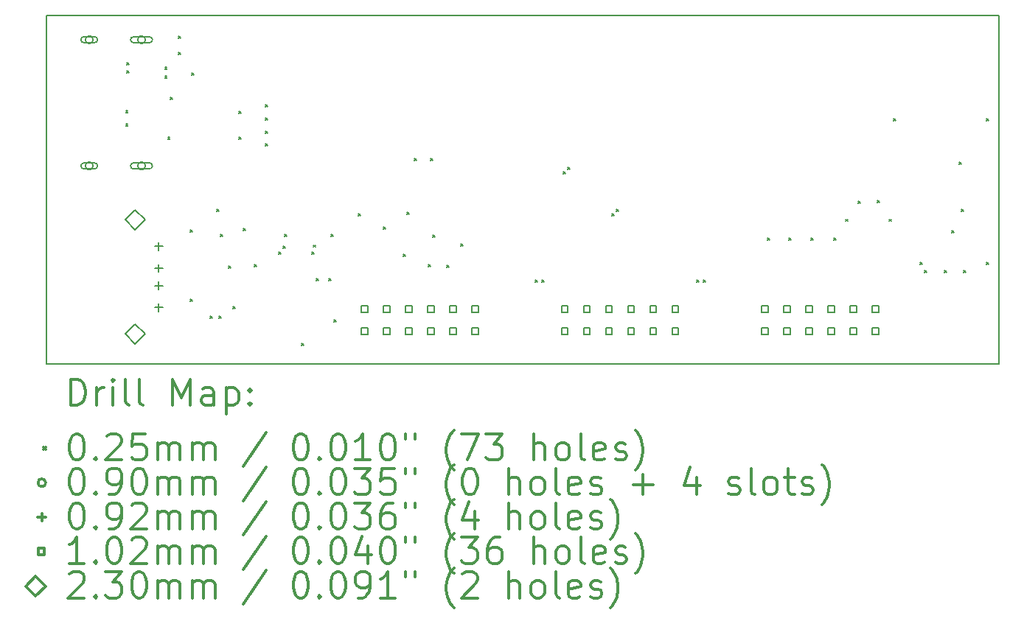
<source format=gbr>
%FSLAX45Y45*%
G04 Gerber Fmt 4.5, Leading zero omitted, Abs format (unit mm)*
G04 Created by KiCad (PCBNEW 5.1.5+dfsg1-2~bpo10+1) date 2020-02-13 18:12:34*
%MOMM*%
%LPD*%
G04 APERTURE LIST*
%TA.AperFunction,Profile*%
%ADD10C,0.200000*%
%TD*%
%ADD11C,0.200000*%
%ADD12C,0.300000*%
G04 APERTURE END LIST*
D10*
X20055124Y-12447871D02*
X20055124Y-8447871D01*
X9115124Y-12447871D02*
X20055124Y-12447871D01*
X9115124Y-8447871D02*
X9115124Y-12447871D01*
X20055124Y-8447871D02*
X9115124Y-8447871D01*
D11*
X10023824Y-9539971D02*
X10048824Y-9564971D01*
X10048824Y-9539971D02*
X10023824Y-9564971D01*
X10023824Y-9686021D02*
X10048824Y-9711021D01*
X10048824Y-9686021D02*
X10023824Y-9711021D01*
X10032624Y-8985371D02*
X10057624Y-9010371D01*
X10057624Y-8985371D02*
X10032624Y-9010371D01*
X10036524Y-9082771D02*
X10061524Y-9107771D01*
X10061524Y-9082771D02*
X10036524Y-9107771D01*
X10472624Y-9035371D02*
X10497624Y-9060371D01*
X10497624Y-9035371D02*
X10472624Y-9060371D01*
X10472624Y-9135371D02*
X10497624Y-9160371D01*
X10497624Y-9135371D02*
X10472624Y-9160371D01*
X10506424Y-9838421D02*
X10531424Y-9863421D01*
X10531424Y-9838421D02*
X10506424Y-9863421D01*
X10538174Y-9387571D02*
X10563174Y-9412571D01*
X10563174Y-9387571D02*
X10538174Y-9412571D01*
X10632624Y-8685371D02*
X10657624Y-8710371D01*
X10657624Y-8685371D02*
X10632624Y-8710371D01*
X10632624Y-8865371D02*
X10657624Y-8890371D01*
X10657624Y-8865371D02*
X10632624Y-8890371D01*
X10761324Y-10904321D02*
X10786324Y-10929321D01*
X10786324Y-10904321D02*
X10761324Y-10929321D01*
X10761324Y-11704421D02*
X10786324Y-11729421D01*
X10786324Y-11704421D02*
X10761324Y-11729421D01*
X10782624Y-9105371D02*
X10807624Y-9130371D01*
X10807624Y-9105371D02*
X10782624Y-9130371D01*
X10989924Y-11901271D02*
X11014924Y-11926271D01*
X11014924Y-11901271D02*
X10989924Y-11926271D01*
X11072474Y-10669371D02*
X11097474Y-10694371D01*
X11097474Y-10669371D02*
X11072474Y-10694371D01*
X11091524Y-11901271D02*
X11116524Y-11926271D01*
X11116524Y-11901271D02*
X11091524Y-11926271D01*
X11110574Y-10961471D02*
X11135574Y-10986471D01*
X11135574Y-10961471D02*
X11110574Y-10986471D01*
X11205824Y-11323421D02*
X11230824Y-11348421D01*
X11230824Y-11323421D02*
X11205824Y-11348421D01*
X11256624Y-11786971D02*
X11281624Y-11811971D01*
X11281624Y-11786971D02*
X11256624Y-11811971D01*
X11322624Y-9545371D02*
X11347624Y-9570371D01*
X11347624Y-9545371D02*
X11322624Y-9570371D01*
X11322624Y-9845371D02*
X11347624Y-9870371D01*
X11347624Y-9845371D02*
X11322624Y-9870371D01*
X11370924Y-10891621D02*
X11395924Y-10916621D01*
X11395924Y-10891621D02*
X11370924Y-10916621D01*
X11503481Y-11303653D02*
X11528481Y-11328653D01*
X11528481Y-11303653D02*
X11503481Y-11328653D01*
X11627624Y-9470371D02*
X11652624Y-9495371D01*
X11652624Y-9470371D02*
X11627624Y-9495371D01*
X11627624Y-9620371D02*
X11652624Y-9645371D01*
X11652624Y-9620371D02*
X11627624Y-9645371D01*
X11627624Y-9770371D02*
X11652624Y-9795371D01*
X11652624Y-9770371D02*
X11627624Y-9795371D01*
X11627624Y-9920371D02*
X11652624Y-9945371D01*
X11652624Y-9920371D02*
X11627624Y-9945371D01*
X11783674Y-11164671D02*
X11808674Y-11189671D01*
X11808674Y-11164671D02*
X11783674Y-11189671D01*
X11834323Y-11091198D02*
X11859323Y-11116198D01*
X11859323Y-11091198D02*
X11834323Y-11116198D01*
X11846048Y-10955819D02*
X11871048Y-10980819D01*
X11871048Y-10955819D02*
X11846048Y-10980819D01*
X12044024Y-12212421D02*
X12069024Y-12237421D01*
X12069024Y-12212421D02*
X12044024Y-12237421D01*
X12160807Y-11165226D02*
X12185807Y-11190226D01*
X12185807Y-11165226D02*
X12160807Y-11190226D01*
X12178825Y-11081747D02*
X12203825Y-11106747D01*
X12203825Y-11081747D02*
X12178825Y-11106747D01*
X12209124Y-11469471D02*
X12234124Y-11494471D01*
X12234124Y-11469471D02*
X12209124Y-11494471D01*
X12355174Y-11469471D02*
X12380174Y-11494471D01*
X12380174Y-11469471D02*
X12355174Y-11494471D01*
X12380574Y-10955121D02*
X12405574Y-10980121D01*
X12405574Y-10955121D02*
X12380574Y-10980121D01*
X12418674Y-11939371D02*
X12443674Y-11964371D01*
X12443674Y-11939371D02*
X12418674Y-11964371D01*
X12691724Y-10720171D02*
X12716724Y-10745171D01*
X12716724Y-10720171D02*
X12691724Y-10745171D01*
X12983824Y-10872571D02*
X13008824Y-10897571D01*
X13008824Y-10872571D02*
X12983824Y-10897571D01*
X13209624Y-11187771D02*
X13234624Y-11212771D01*
X13234624Y-11187771D02*
X13209624Y-11212771D01*
X13250524Y-10707471D02*
X13275524Y-10732471D01*
X13275524Y-10707471D02*
X13250524Y-10732471D01*
X13339424Y-10085171D02*
X13364424Y-10110171D01*
X13364424Y-10085171D02*
X13339424Y-10110171D01*
X13498174Y-11304373D02*
X13523174Y-11329373D01*
X13523174Y-11304373D02*
X13498174Y-11329373D01*
X13523574Y-10085171D02*
X13548574Y-10110171D01*
X13548574Y-10085171D02*
X13523574Y-10110171D01*
X13548974Y-10967821D02*
X13573974Y-10992821D01*
X13573974Y-10967821D02*
X13548974Y-10992821D01*
X13707724Y-11317071D02*
X13732724Y-11342071D01*
X13732724Y-11317071D02*
X13707724Y-11342071D01*
X13872824Y-11069421D02*
X13897824Y-11094421D01*
X13897824Y-11069421D02*
X13872824Y-11094421D01*
X14729650Y-11486200D02*
X14754650Y-11511200D01*
X14754650Y-11486200D02*
X14729650Y-11511200D01*
X14804650Y-11486200D02*
X14829650Y-11511200D01*
X14829650Y-11486200D02*
X14804650Y-11511200D01*
X15045433Y-10242717D02*
X15070433Y-10267717D01*
X15070433Y-10242717D02*
X15045433Y-10267717D01*
X15098467Y-10189683D02*
X15123467Y-10214683D01*
X15123467Y-10189683D02*
X15098467Y-10214683D01*
X15604233Y-10725317D02*
X15629233Y-10750317D01*
X15629233Y-10725317D02*
X15604233Y-10750317D01*
X15657267Y-10672283D02*
X15682267Y-10697283D01*
X15682267Y-10672283D02*
X15657267Y-10697283D01*
X16583850Y-11486200D02*
X16608850Y-11511200D01*
X16608850Y-11486200D02*
X16583850Y-11511200D01*
X16658850Y-11486200D02*
X16683850Y-11511200D01*
X16683850Y-11486200D02*
X16658850Y-11511200D01*
X17390724Y-10999571D02*
X17415724Y-11024571D01*
X17415724Y-10999571D02*
X17390724Y-11024571D01*
X17638374Y-10999571D02*
X17663374Y-11024571D01*
X17663374Y-10999571D02*
X17638374Y-11024571D01*
X17892374Y-10999571D02*
X17917374Y-11024571D01*
X17917374Y-10999571D02*
X17892374Y-11024571D01*
X18152724Y-10999571D02*
X18177724Y-11024571D01*
X18177724Y-10999571D02*
X18152724Y-11024571D01*
X18294624Y-10785371D02*
X18319624Y-10810371D01*
X18319624Y-10785371D02*
X18294624Y-10810371D01*
X18438474Y-10574121D02*
X18463474Y-10599121D01*
X18463474Y-10574121D02*
X18438474Y-10599121D01*
X18654374Y-10567771D02*
X18679374Y-10592771D01*
X18679374Y-10567771D02*
X18654374Y-10592771D01*
X18794624Y-10785371D02*
X18819624Y-10810371D01*
X18819624Y-10785371D02*
X18794624Y-10810371D01*
X18844874Y-9627971D02*
X18869874Y-9652971D01*
X18869874Y-9627971D02*
X18844874Y-9652971D01*
X19149674Y-11278971D02*
X19174674Y-11303971D01*
X19174674Y-11278971D02*
X19149674Y-11303971D01*
X19194124Y-11374221D02*
X19219124Y-11399221D01*
X19219124Y-11374221D02*
X19194124Y-11399221D01*
X19422724Y-11374221D02*
X19447724Y-11399221D01*
X19447724Y-11374221D02*
X19422724Y-11399221D01*
X19514624Y-10915371D02*
X19539624Y-10940371D01*
X19539624Y-10915371D02*
X19514624Y-10940371D01*
X19594624Y-10125371D02*
X19619624Y-10150371D01*
X19619624Y-10125371D02*
X19594624Y-10150371D01*
X19618550Y-10673400D02*
X19643550Y-10698400D01*
X19643550Y-10673400D02*
X19618550Y-10698400D01*
X19644974Y-11374221D02*
X19669974Y-11399221D01*
X19669974Y-11374221D02*
X19644974Y-11399221D01*
X19911674Y-9627971D02*
X19936674Y-9652971D01*
X19936674Y-9627971D02*
X19911674Y-9652971D01*
X19911674Y-11278971D02*
X19936674Y-11303971D01*
X19936674Y-11278971D02*
X19911674Y-11303971D01*
X9650124Y-8722871D02*
G75*
G03X9650124Y-8722871I-45000J0D01*
G01*
X9545124Y-8757871D02*
X9665124Y-8757871D01*
X9545124Y-8687871D02*
X9665124Y-8687871D01*
X9665124Y-8757871D02*
G75*
G03X9665124Y-8687871I0J35000D01*
G01*
X9545124Y-8687871D02*
G75*
G03X9545124Y-8757871I0J-35000D01*
G01*
X9650124Y-10172871D02*
G75*
G03X9650124Y-10172871I-45000J0D01*
G01*
X9545124Y-10207871D02*
X9665124Y-10207871D01*
X9545124Y-10137871D02*
X9665124Y-10137871D01*
X9665124Y-10207871D02*
G75*
G03X9665124Y-10137871I0J35000D01*
G01*
X9545124Y-10137871D02*
G75*
G03X9545124Y-10207871I0J-35000D01*
G01*
X10250124Y-8722871D02*
G75*
G03X10250124Y-8722871I-45000J0D01*
G01*
X10115124Y-8757871D02*
X10295124Y-8757871D01*
X10115124Y-8687871D02*
X10295124Y-8687871D01*
X10295124Y-8757871D02*
G75*
G03X10295124Y-8687871I0J35000D01*
G01*
X10115124Y-8687871D02*
G75*
G03X10115124Y-8757871I0J-35000D01*
G01*
X10250124Y-10172871D02*
G75*
G03X10250124Y-10172871I-45000J0D01*
G01*
X10115124Y-10207871D02*
X10295124Y-10207871D01*
X10115124Y-10137871D02*
X10295124Y-10137871D01*
X10295124Y-10207871D02*
G75*
G03X10295124Y-10137871I0J35000D01*
G01*
X10115124Y-10137871D02*
G75*
G03X10115124Y-10207871I0J-35000D01*
G01*
X10401124Y-11051871D02*
X10401124Y-11143871D01*
X10355124Y-11097871D02*
X10447124Y-11097871D01*
X10401124Y-11301871D02*
X10401124Y-11393871D01*
X10355124Y-11347871D02*
X10447124Y-11347871D01*
X10401124Y-11501871D02*
X10401124Y-11593871D01*
X10355124Y-11547871D02*
X10447124Y-11547871D01*
X10401124Y-11751871D02*
X10401124Y-11843871D01*
X10355124Y-11797871D02*
X10447124Y-11797871D01*
X12801187Y-11853934D02*
X12801187Y-11781808D01*
X12729061Y-11781808D01*
X12729061Y-11853934D01*
X12801187Y-11853934D01*
X12801187Y-12107934D02*
X12801187Y-12035808D01*
X12729061Y-12035808D01*
X12729061Y-12107934D01*
X12801187Y-12107934D01*
X13055187Y-11853934D02*
X13055187Y-11781808D01*
X12983061Y-11781808D01*
X12983061Y-11853934D01*
X13055187Y-11853934D01*
X13055187Y-12107934D02*
X13055187Y-12035808D01*
X12983061Y-12035808D01*
X12983061Y-12107934D01*
X13055187Y-12107934D01*
X13309187Y-11853934D02*
X13309187Y-11781808D01*
X13237061Y-11781808D01*
X13237061Y-11853934D01*
X13309187Y-11853934D01*
X13309187Y-12107934D02*
X13309187Y-12035808D01*
X13237061Y-12035808D01*
X13237061Y-12107934D01*
X13309187Y-12107934D01*
X13563187Y-11853934D02*
X13563187Y-11781808D01*
X13491061Y-11781808D01*
X13491061Y-11853934D01*
X13563187Y-11853934D01*
X13563187Y-12107934D02*
X13563187Y-12035808D01*
X13491061Y-12035808D01*
X13491061Y-12107934D01*
X13563187Y-12107934D01*
X13817187Y-11853934D02*
X13817187Y-11781808D01*
X13745061Y-11781808D01*
X13745061Y-11853934D01*
X13817187Y-11853934D01*
X13817187Y-12107934D02*
X13817187Y-12035808D01*
X13745061Y-12035808D01*
X13745061Y-12107934D01*
X13817187Y-12107934D01*
X14071187Y-11853934D02*
X14071187Y-11781808D01*
X13999061Y-11781808D01*
X13999061Y-11853934D01*
X14071187Y-11853934D01*
X14071187Y-12107934D02*
X14071187Y-12035808D01*
X13999061Y-12035808D01*
X13999061Y-12107934D01*
X14071187Y-12107934D01*
X17401187Y-11853934D02*
X17401187Y-11781808D01*
X17329061Y-11781808D01*
X17329061Y-11853934D01*
X17401187Y-11853934D01*
X17401187Y-12107934D02*
X17401187Y-12035808D01*
X17329061Y-12035808D01*
X17329061Y-12107934D01*
X17401187Y-12107934D01*
X17655187Y-11853934D02*
X17655187Y-11781808D01*
X17583061Y-11781808D01*
X17583061Y-11853934D01*
X17655187Y-11853934D01*
X17655187Y-12107934D02*
X17655187Y-12035808D01*
X17583061Y-12035808D01*
X17583061Y-12107934D01*
X17655187Y-12107934D01*
X17909187Y-11853934D02*
X17909187Y-11781808D01*
X17837061Y-11781808D01*
X17837061Y-11853934D01*
X17909187Y-11853934D01*
X17909187Y-12107934D02*
X17909187Y-12035808D01*
X17837061Y-12035808D01*
X17837061Y-12107934D01*
X17909187Y-12107934D01*
X18163187Y-11853934D02*
X18163187Y-11781808D01*
X18091061Y-11781808D01*
X18091061Y-11853934D01*
X18163187Y-11853934D01*
X18163187Y-12107934D02*
X18163187Y-12035808D01*
X18091061Y-12035808D01*
X18091061Y-12107934D01*
X18163187Y-12107934D01*
X18417187Y-11853934D02*
X18417187Y-11781808D01*
X18345061Y-11781808D01*
X18345061Y-11853934D01*
X18417187Y-11853934D01*
X18417187Y-12107934D02*
X18417187Y-12035808D01*
X18345061Y-12035808D01*
X18345061Y-12107934D01*
X18417187Y-12107934D01*
X18671187Y-11853934D02*
X18671187Y-11781808D01*
X18599061Y-11781808D01*
X18599061Y-11853934D01*
X18671187Y-11853934D01*
X18671187Y-12107934D02*
X18671187Y-12035808D01*
X18599061Y-12035808D01*
X18599061Y-12107934D01*
X18671187Y-12107934D01*
X15101187Y-11853934D02*
X15101187Y-11781808D01*
X15029061Y-11781808D01*
X15029061Y-11853934D01*
X15101187Y-11853934D01*
X15101187Y-12107934D02*
X15101187Y-12035808D01*
X15029061Y-12035808D01*
X15029061Y-12107934D01*
X15101187Y-12107934D01*
X15355187Y-11853934D02*
X15355187Y-11781808D01*
X15283061Y-11781808D01*
X15283061Y-11853934D01*
X15355187Y-11853934D01*
X15355187Y-12107934D02*
X15355187Y-12035808D01*
X15283061Y-12035808D01*
X15283061Y-12107934D01*
X15355187Y-12107934D01*
X15609187Y-11853934D02*
X15609187Y-11781808D01*
X15537061Y-11781808D01*
X15537061Y-11853934D01*
X15609187Y-11853934D01*
X15609187Y-12107934D02*
X15609187Y-12035808D01*
X15537061Y-12035808D01*
X15537061Y-12107934D01*
X15609187Y-12107934D01*
X15863187Y-11853934D02*
X15863187Y-11781808D01*
X15791061Y-11781808D01*
X15791061Y-11853934D01*
X15863187Y-11853934D01*
X15863187Y-12107934D02*
X15863187Y-12035808D01*
X15791061Y-12035808D01*
X15791061Y-12107934D01*
X15863187Y-12107934D01*
X16117187Y-11853934D02*
X16117187Y-11781808D01*
X16045061Y-11781808D01*
X16045061Y-11853934D01*
X16117187Y-11853934D01*
X16117187Y-12107934D02*
X16117187Y-12035808D01*
X16045061Y-12035808D01*
X16045061Y-12107934D01*
X16117187Y-12107934D01*
X16371187Y-11853934D02*
X16371187Y-11781808D01*
X16299061Y-11781808D01*
X16299061Y-11853934D01*
X16371187Y-11853934D01*
X16371187Y-12107934D02*
X16371187Y-12035808D01*
X16299061Y-12035808D01*
X16299061Y-12107934D01*
X16371187Y-12107934D01*
X10130124Y-10905871D02*
X10245124Y-10790871D01*
X10130124Y-10675871D01*
X10015124Y-10790871D01*
X10130124Y-10905871D01*
X10130124Y-12219871D02*
X10245124Y-12104871D01*
X10130124Y-11989871D01*
X10015124Y-12104871D01*
X10130124Y-12219871D01*
D12*
X9391553Y-12923585D02*
X9391553Y-12623585D01*
X9462981Y-12623585D01*
X9505838Y-12637871D01*
X9534410Y-12666442D01*
X9548695Y-12695014D01*
X9562981Y-12752157D01*
X9562981Y-12795014D01*
X9548695Y-12852157D01*
X9534410Y-12880728D01*
X9505838Y-12909299D01*
X9462981Y-12923585D01*
X9391553Y-12923585D01*
X9691553Y-12923585D02*
X9691553Y-12723585D01*
X9691553Y-12780728D02*
X9705838Y-12752157D01*
X9720124Y-12737871D01*
X9748695Y-12723585D01*
X9777267Y-12723585D01*
X9877267Y-12923585D02*
X9877267Y-12723585D01*
X9877267Y-12623585D02*
X9862981Y-12637871D01*
X9877267Y-12652157D01*
X9891553Y-12637871D01*
X9877267Y-12623585D01*
X9877267Y-12652157D01*
X10062981Y-12923585D02*
X10034410Y-12909299D01*
X10020124Y-12880728D01*
X10020124Y-12623585D01*
X10220124Y-12923585D02*
X10191553Y-12909299D01*
X10177267Y-12880728D01*
X10177267Y-12623585D01*
X10562981Y-12923585D02*
X10562981Y-12623585D01*
X10662981Y-12837871D01*
X10762981Y-12623585D01*
X10762981Y-12923585D01*
X11034410Y-12923585D02*
X11034410Y-12766442D01*
X11020124Y-12737871D01*
X10991553Y-12723585D01*
X10934410Y-12723585D01*
X10905838Y-12737871D01*
X11034410Y-12909299D02*
X11005838Y-12923585D01*
X10934410Y-12923585D01*
X10905838Y-12909299D01*
X10891553Y-12880728D01*
X10891553Y-12852157D01*
X10905838Y-12823585D01*
X10934410Y-12809299D01*
X11005838Y-12809299D01*
X11034410Y-12795014D01*
X11177267Y-12723585D02*
X11177267Y-13023585D01*
X11177267Y-12737871D02*
X11205838Y-12723585D01*
X11262981Y-12723585D01*
X11291552Y-12737871D01*
X11305838Y-12752157D01*
X11320124Y-12780728D01*
X11320124Y-12866442D01*
X11305838Y-12895014D01*
X11291552Y-12909299D01*
X11262981Y-12923585D01*
X11205838Y-12923585D01*
X11177267Y-12909299D01*
X11448695Y-12895014D02*
X11462981Y-12909299D01*
X11448695Y-12923585D01*
X11434410Y-12909299D01*
X11448695Y-12895014D01*
X11448695Y-12923585D01*
X11448695Y-12737871D02*
X11462981Y-12752157D01*
X11448695Y-12766442D01*
X11434410Y-12752157D01*
X11448695Y-12737871D01*
X11448695Y-12766442D01*
X9080124Y-13405371D02*
X9105124Y-13430371D01*
X9105124Y-13405371D02*
X9080124Y-13430371D01*
X9448695Y-13253585D02*
X9477267Y-13253585D01*
X9505838Y-13267871D01*
X9520124Y-13282157D01*
X9534410Y-13310728D01*
X9548695Y-13367871D01*
X9548695Y-13439299D01*
X9534410Y-13496442D01*
X9520124Y-13525014D01*
X9505838Y-13539299D01*
X9477267Y-13553585D01*
X9448695Y-13553585D01*
X9420124Y-13539299D01*
X9405838Y-13525014D01*
X9391553Y-13496442D01*
X9377267Y-13439299D01*
X9377267Y-13367871D01*
X9391553Y-13310728D01*
X9405838Y-13282157D01*
X9420124Y-13267871D01*
X9448695Y-13253585D01*
X9677267Y-13525014D02*
X9691553Y-13539299D01*
X9677267Y-13553585D01*
X9662981Y-13539299D01*
X9677267Y-13525014D01*
X9677267Y-13553585D01*
X9805838Y-13282157D02*
X9820124Y-13267871D01*
X9848695Y-13253585D01*
X9920124Y-13253585D01*
X9948695Y-13267871D01*
X9962981Y-13282157D01*
X9977267Y-13310728D01*
X9977267Y-13339299D01*
X9962981Y-13382157D01*
X9791553Y-13553585D01*
X9977267Y-13553585D01*
X10248695Y-13253585D02*
X10105838Y-13253585D01*
X10091553Y-13396442D01*
X10105838Y-13382157D01*
X10134410Y-13367871D01*
X10205838Y-13367871D01*
X10234410Y-13382157D01*
X10248695Y-13396442D01*
X10262981Y-13425014D01*
X10262981Y-13496442D01*
X10248695Y-13525014D01*
X10234410Y-13539299D01*
X10205838Y-13553585D01*
X10134410Y-13553585D01*
X10105838Y-13539299D01*
X10091553Y-13525014D01*
X10391553Y-13553585D02*
X10391553Y-13353585D01*
X10391553Y-13382157D02*
X10405838Y-13367871D01*
X10434410Y-13353585D01*
X10477267Y-13353585D01*
X10505838Y-13367871D01*
X10520124Y-13396442D01*
X10520124Y-13553585D01*
X10520124Y-13396442D02*
X10534410Y-13367871D01*
X10562981Y-13353585D01*
X10605838Y-13353585D01*
X10634410Y-13367871D01*
X10648695Y-13396442D01*
X10648695Y-13553585D01*
X10791553Y-13553585D02*
X10791553Y-13353585D01*
X10791553Y-13382157D02*
X10805838Y-13367871D01*
X10834410Y-13353585D01*
X10877267Y-13353585D01*
X10905838Y-13367871D01*
X10920124Y-13396442D01*
X10920124Y-13553585D01*
X10920124Y-13396442D02*
X10934410Y-13367871D01*
X10962981Y-13353585D01*
X11005838Y-13353585D01*
X11034410Y-13367871D01*
X11048695Y-13396442D01*
X11048695Y-13553585D01*
X11634410Y-13239299D02*
X11377267Y-13625014D01*
X12020124Y-13253585D02*
X12048695Y-13253585D01*
X12077267Y-13267871D01*
X12091552Y-13282157D01*
X12105838Y-13310728D01*
X12120124Y-13367871D01*
X12120124Y-13439299D01*
X12105838Y-13496442D01*
X12091552Y-13525014D01*
X12077267Y-13539299D01*
X12048695Y-13553585D01*
X12020124Y-13553585D01*
X11991552Y-13539299D01*
X11977267Y-13525014D01*
X11962981Y-13496442D01*
X11948695Y-13439299D01*
X11948695Y-13367871D01*
X11962981Y-13310728D01*
X11977267Y-13282157D01*
X11991552Y-13267871D01*
X12020124Y-13253585D01*
X12248695Y-13525014D02*
X12262981Y-13539299D01*
X12248695Y-13553585D01*
X12234410Y-13539299D01*
X12248695Y-13525014D01*
X12248695Y-13553585D01*
X12448695Y-13253585D02*
X12477267Y-13253585D01*
X12505838Y-13267871D01*
X12520124Y-13282157D01*
X12534410Y-13310728D01*
X12548695Y-13367871D01*
X12548695Y-13439299D01*
X12534410Y-13496442D01*
X12520124Y-13525014D01*
X12505838Y-13539299D01*
X12477267Y-13553585D01*
X12448695Y-13553585D01*
X12420124Y-13539299D01*
X12405838Y-13525014D01*
X12391552Y-13496442D01*
X12377267Y-13439299D01*
X12377267Y-13367871D01*
X12391552Y-13310728D01*
X12405838Y-13282157D01*
X12420124Y-13267871D01*
X12448695Y-13253585D01*
X12834410Y-13553585D02*
X12662981Y-13553585D01*
X12748695Y-13553585D02*
X12748695Y-13253585D01*
X12720124Y-13296442D01*
X12691552Y-13325014D01*
X12662981Y-13339299D01*
X13020124Y-13253585D02*
X13048695Y-13253585D01*
X13077267Y-13267871D01*
X13091552Y-13282157D01*
X13105838Y-13310728D01*
X13120124Y-13367871D01*
X13120124Y-13439299D01*
X13105838Y-13496442D01*
X13091552Y-13525014D01*
X13077267Y-13539299D01*
X13048695Y-13553585D01*
X13020124Y-13553585D01*
X12991552Y-13539299D01*
X12977267Y-13525014D01*
X12962981Y-13496442D01*
X12948695Y-13439299D01*
X12948695Y-13367871D01*
X12962981Y-13310728D01*
X12977267Y-13282157D01*
X12991552Y-13267871D01*
X13020124Y-13253585D01*
X13234410Y-13253585D02*
X13234410Y-13310728D01*
X13348695Y-13253585D02*
X13348695Y-13310728D01*
X13791552Y-13667871D02*
X13777267Y-13653585D01*
X13748695Y-13610728D01*
X13734410Y-13582157D01*
X13720124Y-13539299D01*
X13705838Y-13467871D01*
X13705838Y-13410728D01*
X13720124Y-13339299D01*
X13734410Y-13296442D01*
X13748695Y-13267871D01*
X13777267Y-13225014D01*
X13791552Y-13210728D01*
X13877267Y-13253585D02*
X14077267Y-13253585D01*
X13948695Y-13553585D01*
X14162981Y-13253585D02*
X14348695Y-13253585D01*
X14248695Y-13367871D01*
X14291552Y-13367871D01*
X14320124Y-13382157D01*
X14334410Y-13396442D01*
X14348695Y-13425014D01*
X14348695Y-13496442D01*
X14334410Y-13525014D01*
X14320124Y-13539299D01*
X14291552Y-13553585D01*
X14205838Y-13553585D01*
X14177267Y-13539299D01*
X14162981Y-13525014D01*
X14705838Y-13553585D02*
X14705838Y-13253585D01*
X14834410Y-13553585D02*
X14834410Y-13396442D01*
X14820124Y-13367871D01*
X14791552Y-13353585D01*
X14748695Y-13353585D01*
X14720124Y-13367871D01*
X14705838Y-13382157D01*
X15020124Y-13553585D02*
X14991552Y-13539299D01*
X14977267Y-13525014D01*
X14962981Y-13496442D01*
X14962981Y-13410728D01*
X14977267Y-13382157D01*
X14991552Y-13367871D01*
X15020124Y-13353585D01*
X15062981Y-13353585D01*
X15091552Y-13367871D01*
X15105838Y-13382157D01*
X15120124Y-13410728D01*
X15120124Y-13496442D01*
X15105838Y-13525014D01*
X15091552Y-13539299D01*
X15062981Y-13553585D01*
X15020124Y-13553585D01*
X15291552Y-13553585D02*
X15262981Y-13539299D01*
X15248695Y-13510728D01*
X15248695Y-13253585D01*
X15520124Y-13539299D02*
X15491552Y-13553585D01*
X15434410Y-13553585D01*
X15405838Y-13539299D01*
X15391552Y-13510728D01*
X15391552Y-13396442D01*
X15405838Y-13367871D01*
X15434410Y-13353585D01*
X15491552Y-13353585D01*
X15520124Y-13367871D01*
X15534410Y-13396442D01*
X15534410Y-13425014D01*
X15391552Y-13453585D01*
X15648695Y-13539299D02*
X15677267Y-13553585D01*
X15734410Y-13553585D01*
X15762981Y-13539299D01*
X15777267Y-13510728D01*
X15777267Y-13496442D01*
X15762981Y-13467871D01*
X15734410Y-13453585D01*
X15691552Y-13453585D01*
X15662981Y-13439299D01*
X15648695Y-13410728D01*
X15648695Y-13396442D01*
X15662981Y-13367871D01*
X15691552Y-13353585D01*
X15734410Y-13353585D01*
X15762981Y-13367871D01*
X15877267Y-13667871D02*
X15891552Y-13653585D01*
X15920124Y-13610728D01*
X15934410Y-13582157D01*
X15948695Y-13539299D01*
X15962981Y-13467871D01*
X15962981Y-13410728D01*
X15948695Y-13339299D01*
X15934410Y-13296442D01*
X15920124Y-13267871D01*
X15891552Y-13225014D01*
X15877267Y-13210728D01*
X9105124Y-13813871D02*
G75*
G03X9105124Y-13813871I-45000J0D01*
G01*
X9448695Y-13649585D02*
X9477267Y-13649585D01*
X9505838Y-13663871D01*
X9520124Y-13678157D01*
X9534410Y-13706728D01*
X9548695Y-13763871D01*
X9548695Y-13835299D01*
X9534410Y-13892442D01*
X9520124Y-13921014D01*
X9505838Y-13935299D01*
X9477267Y-13949585D01*
X9448695Y-13949585D01*
X9420124Y-13935299D01*
X9405838Y-13921014D01*
X9391553Y-13892442D01*
X9377267Y-13835299D01*
X9377267Y-13763871D01*
X9391553Y-13706728D01*
X9405838Y-13678157D01*
X9420124Y-13663871D01*
X9448695Y-13649585D01*
X9677267Y-13921014D02*
X9691553Y-13935299D01*
X9677267Y-13949585D01*
X9662981Y-13935299D01*
X9677267Y-13921014D01*
X9677267Y-13949585D01*
X9834410Y-13949585D02*
X9891553Y-13949585D01*
X9920124Y-13935299D01*
X9934410Y-13921014D01*
X9962981Y-13878157D01*
X9977267Y-13821014D01*
X9977267Y-13706728D01*
X9962981Y-13678157D01*
X9948695Y-13663871D01*
X9920124Y-13649585D01*
X9862981Y-13649585D01*
X9834410Y-13663871D01*
X9820124Y-13678157D01*
X9805838Y-13706728D01*
X9805838Y-13778157D01*
X9820124Y-13806728D01*
X9834410Y-13821014D01*
X9862981Y-13835299D01*
X9920124Y-13835299D01*
X9948695Y-13821014D01*
X9962981Y-13806728D01*
X9977267Y-13778157D01*
X10162981Y-13649585D02*
X10191553Y-13649585D01*
X10220124Y-13663871D01*
X10234410Y-13678157D01*
X10248695Y-13706728D01*
X10262981Y-13763871D01*
X10262981Y-13835299D01*
X10248695Y-13892442D01*
X10234410Y-13921014D01*
X10220124Y-13935299D01*
X10191553Y-13949585D01*
X10162981Y-13949585D01*
X10134410Y-13935299D01*
X10120124Y-13921014D01*
X10105838Y-13892442D01*
X10091553Y-13835299D01*
X10091553Y-13763871D01*
X10105838Y-13706728D01*
X10120124Y-13678157D01*
X10134410Y-13663871D01*
X10162981Y-13649585D01*
X10391553Y-13949585D02*
X10391553Y-13749585D01*
X10391553Y-13778157D02*
X10405838Y-13763871D01*
X10434410Y-13749585D01*
X10477267Y-13749585D01*
X10505838Y-13763871D01*
X10520124Y-13792442D01*
X10520124Y-13949585D01*
X10520124Y-13792442D02*
X10534410Y-13763871D01*
X10562981Y-13749585D01*
X10605838Y-13749585D01*
X10634410Y-13763871D01*
X10648695Y-13792442D01*
X10648695Y-13949585D01*
X10791553Y-13949585D02*
X10791553Y-13749585D01*
X10791553Y-13778157D02*
X10805838Y-13763871D01*
X10834410Y-13749585D01*
X10877267Y-13749585D01*
X10905838Y-13763871D01*
X10920124Y-13792442D01*
X10920124Y-13949585D01*
X10920124Y-13792442D02*
X10934410Y-13763871D01*
X10962981Y-13749585D01*
X11005838Y-13749585D01*
X11034410Y-13763871D01*
X11048695Y-13792442D01*
X11048695Y-13949585D01*
X11634410Y-13635299D02*
X11377267Y-14021014D01*
X12020124Y-13649585D02*
X12048695Y-13649585D01*
X12077267Y-13663871D01*
X12091552Y-13678157D01*
X12105838Y-13706728D01*
X12120124Y-13763871D01*
X12120124Y-13835299D01*
X12105838Y-13892442D01*
X12091552Y-13921014D01*
X12077267Y-13935299D01*
X12048695Y-13949585D01*
X12020124Y-13949585D01*
X11991552Y-13935299D01*
X11977267Y-13921014D01*
X11962981Y-13892442D01*
X11948695Y-13835299D01*
X11948695Y-13763871D01*
X11962981Y-13706728D01*
X11977267Y-13678157D01*
X11991552Y-13663871D01*
X12020124Y-13649585D01*
X12248695Y-13921014D02*
X12262981Y-13935299D01*
X12248695Y-13949585D01*
X12234410Y-13935299D01*
X12248695Y-13921014D01*
X12248695Y-13949585D01*
X12448695Y-13649585D02*
X12477267Y-13649585D01*
X12505838Y-13663871D01*
X12520124Y-13678157D01*
X12534410Y-13706728D01*
X12548695Y-13763871D01*
X12548695Y-13835299D01*
X12534410Y-13892442D01*
X12520124Y-13921014D01*
X12505838Y-13935299D01*
X12477267Y-13949585D01*
X12448695Y-13949585D01*
X12420124Y-13935299D01*
X12405838Y-13921014D01*
X12391552Y-13892442D01*
X12377267Y-13835299D01*
X12377267Y-13763871D01*
X12391552Y-13706728D01*
X12405838Y-13678157D01*
X12420124Y-13663871D01*
X12448695Y-13649585D01*
X12648695Y-13649585D02*
X12834410Y-13649585D01*
X12734410Y-13763871D01*
X12777267Y-13763871D01*
X12805838Y-13778157D01*
X12820124Y-13792442D01*
X12834410Y-13821014D01*
X12834410Y-13892442D01*
X12820124Y-13921014D01*
X12805838Y-13935299D01*
X12777267Y-13949585D01*
X12691552Y-13949585D01*
X12662981Y-13935299D01*
X12648695Y-13921014D01*
X13105838Y-13649585D02*
X12962981Y-13649585D01*
X12948695Y-13792442D01*
X12962981Y-13778157D01*
X12991552Y-13763871D01*
X13062981Y-13763871D01*
X13091552Y-13778157D01*
X13105838Y-13792442D01*
X13120124Y-13821014D01*
X13120124Y-13892442D01*
X13105838Y-13921014D01*
X13091552Y-13935299D01*
X13062981Y-13949585D01*
X12991552Y-13949585D01*
X12962981Y-13935299D01*
X12948695Y-13921014D01*
X13234410Y-13649585D02*
X13234410Y-13706728D01*
X13348695Y-13649585D02*
X13348695Y-13706728D01*
X13791552Y-14063871D02*
X13777267Y-14049585D01*
X13748695Y-14006728D01*
X13734410Y-13978157D01*
X13720124Y-13935299D01*
X13705838Y-13863871D01*
X13705838Y-13806728D01*
X13720124Y-13735299D01*
X13734410Y-13692442D01*
X13748695Y-13663871D01*
X13777267Y-13621014D01*
X13791552Y-13606728D01*
X13962981Y-13649585D02*
X13991552Y-13649585D01*
X14020124Y-13663871D01*
X14034410Y-13678157D01*
X14048695Y-13706728D01*
X14062981Y-13763871D01*
X14062981Y-13835299D01*
X14048695Y-13892442D01*
X14034410Y-13921014D01*
X14020124Y-13935299D01*
X13991552Y-13949585D01*
X13962981Y-13949585D01*
X13934410Y-13935299D01*
X13920124Y-13921014D01*
X13905838Y-13892442D01*
X13891552Y-13835299D01*
X13891552Y-13763871D01*
X13905838Y-13706728D01*
X13920124Y-13678157D01*
X13934410Y-13663871D01*
X13962981Y-13649585D01*
X14420124Y-13949585D02*
X14420124Y-13649585D01*
X14548695Y-13949585D02*
X14548695Y-13792442D01*
X14534410Y-13763871D01*
X14505838Y-13749585D01*
X14462981Y-13749585D01*
X14434410Y-13763871D01*
X14420124Y-13778157D01*
X14734410Y-13949585D02*
X14705838Y-13935299D01*
X14691552Y-13921014D01*
X14677267Y-13892442D01*
X14677267Y-13806728D01*
X14691552Y-13778157D01*
X14705838Y-13763871D01*
X14734410Y-13749585D01*
X14777267Y-13749585D01*
X14805838Y-13763871D01*
X14820124Y-13778157D01*
X14834410Y-13806728D01*
X14834410Y-13892442D01*
X14820124Y-13921014D01*
X14805838Y-13935299D01*
X14777267Y-13949585D01*
X14734410Y-13949585D01*
X15005838Y-13949585D02*
X14977267Y-13935299D01*
X14962981Y-13906728D01*
X14962981Y-13649585D01*
X15234410Y-13935299D02*
X15205838Y-13949585D01*
X15148695Y-13949585D01*
X15120124Y-13935299D01*
X15105838Y-13906728D01*
X15105838Y-13792442D01*
X15120124Y-13763871D01*
X15148695Y-13749585D01*
X15205838Y-13749585D01*
X15234410Y-13763871D01*
X15248695Y-13792442D01*
X15248695Y-13821014D01*
X15105838Y-13849585D01*
X15362981Y-13935299D02*
X15391552Y-13949585D01*
X15448695Y-13949585D01*
X15477267Y-13935299D01*
X15491552Y-13906728D01*
X15491552Y-13892442D01*
X15477267Y-13863871D01*
X15448695Y-13849585D01*
X15405838Y-13849585D01*
X15377267Y-13835299D01*
X15362981Y-13806728D01*
X15362981Y-13792442D01*
X15377267Y-13763871D01*
X15405838Y-13749585D01*
X15448695Y-13749585D01*
X15477267Y-13763871D01*
X15848695Y-13835299D02*
X16077267Y-13835299D01*
X15962981Y-13949585D02*
X15962981Y-13721014D01*
X16577267Y-13749585D02*
X16577267Y-13949585D01*
X16505838Y-13635299D02*
X16434410Y-13849585D01*
X16620124Y-13849585D01*
X16948695Y-13935299D02*
X16977267Y-13949585D01*
X17034410Y-13949585D01*
X17062981Y-13935299D01*
X17077267Y-13906728D01*
X17077267Y-13892442D01*
X17062981Y-13863871D01*
X17034410Y-13849585D01*
X16991553Y-13849585D01*
X16962981Y-13835299D01*
X16948695Y-13806728D01*
X16948695Y-13792442D01*
X16962981Y-13763871D01*
X16991553Y-13749585D01*
X17034410Y-13749585D01*
X17062981Y-13763871D01*
X17248695Y-13949585D02*
X17220124Y-13935299D01*
X17205838Y-13906728D01*
X17205838Y-13649585D01*
X17405838Y-13949585D02*
X17377267Y-13935299D01*
X17362981Y-13921014D01*
X17348695Y-13892442D01*
X17348695Y-13806728D01*
X17362981Y-13778157D01*
X17377267Y-13763871D01*
X17405838Y-13749585D01*
X17448695Y-13749585D01*
X17477267Y-13763871D01*
X17491553Y-13778157D01*
X17505838Y-13806728D01*
X17505838Y-13892442D01*
X17491553Y-13921014D01*
X17477267Y-13935299D01*
X17448695Y-13949585D01*
X17405838Y-13949585D01*
X17591553Y-13749585D02*
X17705838Y-13749585D01*
X17634410Y-13649585D02*
X17634410Y-13906728D01*
X17648695Y-13935299D01*
X17677267Y-13949585D01*
X17705838Y-13949585D01*
X17791553Y-13935299D02*
X17820124Y-13949585D01*
X17877267Y-13949585D01*
X17905838Y-13935299D01*
X17920124Y-13906728D01*
X17920124Y-13892442D01*
X17905838Y-13863871D01*
X17877267Y-13849585D01*
X17834410Y-13849585D01*
X17805838Y-13835299D01*
X17791553Y-13806728D01*
X17791553Y-13792442D01*
X17805838Y-13763871D01*
X17834410Y-13749585D01*
X17877267Y-13749585D01*
X17905838Y-13763871D01*
X18020124Y-14063871D02*
X18034410Y-14049585D01*
X18062981Y-14006728D01*
X18077267Y-13978157D01*
X18091553Y-13935299D01*
X18105838Y-13863871D01*
X18105838Y-13806728D01*
X18091553Y-13735299D01*
X18077267Y-13692442D01*
X18062981Y-13663871D01*
X18034410Y-13621014D01*
X18020124Y-13606728D01*
X9059124Y-14163871D02*
X9059124Y-14255871D01*
X9013124Y-14209871D02*
X9105124Y-14209871D01*
X9448695Y-14045585D02*
X9477267Y-14045585D01*
X9505838Y-14059871D01*
X9520124Y-14074157D01*
X9534410Y-14102728D01*
X9548695Y-14159871D01*
X9548695Y-14231299D01*
X9534410Y-14288442D01*
X9520124Y-14317014D01*
X9505838Y-14331299D01*
X9477267Y-14345585D01*
X9448695Y-14345585D01*
X9420124Y-14331299D01*
X9405838Y-14317014D01*
X9391553Y-14288442D01*
X9377267Y-14231299D01*
X9377267Y-14159871D01*
X9391553Y-14102728D01*
X9405838Y-14074157D01*
X9420124Y-14059871D01*
X9448695Y-14045585D01*
X9677267Y-14317014D02*
X9691553Y-14331299D01*
X9677267Y-14345585D01*
X9662981Y-14331299D01*
X9677267Y-14317014D01*
X9677267Y-14345585D01*
X9834410Y-14345585D02*
X9891553Y-14345585D01*
X9920124Y-14331299D01*
X9934410Y-14317014D01*
X9962981Y-14274157D01*
X9977267Y-14217014D01*
X9977267Y-14102728D01*
X9962981Y-14074157D01*
X9948695Y-14059871D01*
X9920124Y-14045585D01*
X9862981Y-14045585D01*
X9834410Y-14059871D01*
X9820124Y-14074157D01*
X9805838Y-14102728D01*
X9805838Y-14174157D01*
X9820124Y-14202728D01*
X9834410Y-14217014D01*
X9862981Y-14231299D01*
X9920124Y-14231299D01*
X9948695Y-14217014D01*
X9962981Y-14202728D01*
X9977267Y-14174157D01*
X10091553Y-14074157D02*
X10105838Y-14059871D01*
X10134410Y-14045585D01*
X10205838Y-14045585D01*
X10234410Y-14059871D01*
X10248695Y-14074157D01*
X10262981Y-14102728D01*
X10262981Y-14131299D01*
X10248695Y-14174157D01*
X10077267Y-14345585D01*
X10262981Y-14345585D01*
X10391553Y-14345585D02*
X10391553Y-14145585D01*
X10391553Y-14174157D02*
X10405838Y-14159871D01*
X10434410Y-14145585D01*
X10477267Y-14145585D01*
X10505838Y-14159871D01*
X10520124Y-14188442D01*
X10520124Y-14345585D01*
X10520124Y-14188442D02*
X10534410Y-14159871D01*
X10562981Y-14145585D01*
X10605838Y-14145585D01*
X10634410Y-14159871D01*
X10648695Y-14188442D01*
X10648695Y-14345585D01*
X10791553Y-14345585D02*
X10791553Y-14145585D01*
X10791553Y-14174157D02*
X10805838Y-14159871D01*
X10834410Y-14145585D01*
X10877267Y-14145585D01*
X10905838Y-14159871D01*
X10920124Y-14188442D01*
X10920124Y-14345585D01*
X10920124Y-14188442D02*
X10934410Y-14159871D01*
X10962981Y-14145585D01*
X11005838Y-14145585D01*
X11034410Y-14159871D01*
X11048695Y-14188442D01*
X11048695Y-14345585D01*
X11634410Y-14031299D02*
X11377267Y-14417014D01*
X12020124Y-14045585D02*
X12048695Y-14045585D01*
X12077267Y-14059871D01*
X12091552Y-14074157D01*
X12105838Y-14102728D01*
X12120124Y-14159871D01*
X12120124Y-14231299D01*
X12105838Y-14288442D01*
X12091552Y-14317014D01*
X12077267Y-14331299D01*
X12048695Y-14345585D01*
X12020124Y-14345585D01*
X11991552Y-14331299D01*
X11977267Y-14317014D01*
X11962981Y-14288442D01*
X11948695Y-14231299D01*
X11948695Y-14159871D01*
X11962981Y-14102728D01*
X11977267Y-14074157D01*
X11991552Y-14059871D01*
X12020124Y-14045585D01*
X12248695Y-14317014D02*
X12262981Y-14331299D01*
X12248695Y-14345585D01*
X12234410Y-14331299D01*
X12248695Y-14317014D01*
X12248695Y-14345585D01*
X12448695Y-14045585D02*
X12477267Y-14045585D01*
X12505838Y-14059871D01*
X12520124Y-14074157D01*
X12534410Y-14102728D01*
X12548695Y-14159871D01*
X12548695Y-14231299D01*
X12534410Y-14288442D01*
X12520124Y-14317014D01*
X12505838Y-14331299D01*
X12477267Y-14345585D01*
X12448695Y-14345585D01*
X12420124Y-14331299D01*
X12405838Y-14317014D01*
X12391552Y-14288442D01*
X12377267Y-14231299D01*
X12377267Y-14159871D01*
X12391552Y-14102728D01*
X12405838Y-14074157D01*
X12420124Y-14059871D01*
X12448695Y-14045585D01*
X12648695Y-14045585D02*
X12834410Y-14045585D01*
X12734410Y-14159871D01*
X12777267Y-14159871D01*
X12805838Y-14174157D01*
X12820124Y-14188442D01*
X12834410Y-14217014D01*
X12834410Y-14288442D01*
X12820124Y-14317014D01*
X12805838Y-14331299D01*
X12777267Y-14345585D01*
X12691552Y-14345585D01*
X12662981Y-14331299D01*
X12648695Y-14317014D01*
X13091552Y-14045585D02*
X13034410Y-14045585D01*
X13005838Y-14059871D01*
X12991552Y-14074157D01*
X12962981Y-14117014D01*
X12948695Y-14174157D01*
X12948695Y-14288442D01*
X12962981Y-14317014D01*
X12977267Y-14331299D01*
X13005838Y-14345585D01*
X13062981Y-14345585D01*
X13091552Y-14331299D01*
X13105838Y-14317014D01*
X13120124Y-14288442D01*
X13120124Y-14217014D01*
X13105838Y-14188442D01*
X13091552Y-14174157D01*
X13062981Y-14159871D01*
X13005838Y-14159871D01*
X12977267Y-14174157D01*
X12962981Y-14188442D01*
X12948695Y-14217014D01*
X13234410Y-14045585D02*
X13234410Y-14102728D01*
X13348695Y-14045585D02*
X13348695Y-14102728D01*
X13791552Y-14459871D02*
X13777267Y-14445585D01*
X13748695Y-14402728D01*
X13734410Y-14374157D01*
X13720124Y-14331299D01*
X13705838Y-14259871D01*
X13705838Y-14202728D01*
X13720124Y-14131299D01*
X13734410Y-14088442D01*
X13748695Y-14059871D01*
X13777267Y-14017014D01*
X13791552Y-14002728D01*
X14034410Y-14145585D02*
X14034410Y-14345585D01*
X13962981Y-14031299D02*
X13891552Y-14245585D01*
X14077267Y-14245585D01*
X14420124Y-14345585D02*
X14420124Y-14045585D01*
X14548695Y-14345585D02*
X14548695Y-14188442D01*
X14534410Y-14159871D01*
X14505838Y-14145585D01*
X14462981Y-14145585D01*
X14434410Y-14159871D01*
X14420124Y-14174157D01*
X14734410Y-14345585D02*
X14705838Y-14331299D01*
X14691552Y-14317014D01*
X14677267Y-14288442D01*
X14677267Y-14202728D01*
X14691552Y-14174157D01*
X14705838Y-14159871D01*
X14734410Y-14145585D01*
X14777267Y-14145585D01*
X14805838Y-14159871D01*
X14820124Y-14174157D01*
X14834410Y-14202728D01*
X14834410Y-14288442D01*
X14820124Y-14317014D01*
X14805838Y-14331299D01*
X14777267Y-14345585D01*
X14734410Y-14345585D01*
X15005838Y-14345585D02*
X14977267Y-14331299D01*
X14962981Y-14302728D01*
X14962981Y-14045585D01*
X15234410Y-14331299D02*
X15205838Y-14345585D01*
X15148695Y-14345585D01*
X15120124Y-14331299D01*
X15105838Y-14302728D01*
X15105838Y-14188442D01*
X15120124Y-14159871D01*
X15148695Y-14145585D01*
X15205838Y-14145585D01*
X15234410Y-14159871D01*
X15248695Y-14188442D01*
X15248695Y-14217014D01*
X15105838Y-14245585D01*
X15362981Y-14331299D02*
X15391552Y-14345585D01*
X15448695Y-14345585D01*
X15477267Y-14331299D01*
X15491552Y-14302728D01*
X15491552Y-14288442D01*
X15477267Y-14259871D01*
X15448695Y-14245585D01*
X15405838Y-14245585D01*
X15377267Y-14231299D01*
X15362981Y-14202728D01*
X15362981Y-14188442D01*
X15377267Y-14159871D01*
X15405838Y-14145585D01*
X15448695Y-14145585D01*
X15477267Y-14159871D01*
X15591552Y-14459871D02*
X15605838Y-14445585D01*
X15634410Y-14402728D01*
X15648695Y-14374157D01*
X15662981Y-14331299D01*
X15677267Y-14259871D01*
X15677267Y-14202728D01*
X15662981Y-14131299D01*
X15648695Y-14088442D01*
X15634410Y-14059871D01*
X15605838Y-14017014D01*
X15591552Y-14002728D01*
X9090187Y-14641934D02*
X9090187Y-14569808D01*
X9018061Y-14569808D01*
X9018061Y-14641934D01*
X9090187Y-14641934D01*
X9548695Y-14741585D02*
X9377267Y-14741585D01*
X9462981Y-14741585D02*
X9462981Y-14441585D01*
X9434410Y-14484442D01*
X9405838Y-14513014D01*
X9377267Y-14527299D01*
X9677267Y-14713014D02*
X9691553Y-14727299D01*
X9677267Y-14741585D01*
X9662981Y-14727299D01*
X9677267Y-14713014D01*
X9677267Y-14741585D01*
X9877267Y-14441585D02*
X9905838Y-14441585D01*
X9934410Y-14455871D01*
X9948695Y-14470157D01*
X9962981Y-14498728D01*
X9977267Y-14555871D01*
X9977267Y-14627299D01*
X9962981Y-14684442D01*
X9948695Y-14713014D01*
X9934410Y-14727299D01*
X9905838Y-14741585D01*
X9877267Y-14741585D01*
X9848695Y-14727299D01*
X9834410Y-14713014D01*
X9820124Y-14684442D01*
X9805838Y-14627299D01*
X9805838Y-14555871D01*
X9820124Y-14498728D01*
X9834410Y-14470157D01*
X9848695Y-14455871D01*
X9877267Y-14441585D01*
X10091553Y-14470157D02*
X10105838Y-14455871D01*
X10134410Y-14441585D01*
X10205838Y-14441585D01*
X10234410Y-14455871D01*
X10248695Y-14470157D01*
X10262981Y-14498728D01*
X10262981Y-14527299D01*
X10248695Y-14570157D01*
X10077267Y-14741585D01*
X10262981Y-14741585D01*
X10391553Y-14741585D02*
X10391553Y-14541585D01*
X10391553Y-14570157D02*
X10405838Y-14555871D01*
X10434410Y-14541585D01*
X10477267Y-14541585D01*
X10505838Y-14555871D01*
X10520124Y-14584442D01*
X10520124Y-14741585D01*
X10520124Y-14584442D02*
X10534410Y-14555871D01*
X10562981Y-14541585D01*
X10605838Y-14541585D01*
X10634410Y-14555871D01*
X10648695Y-14584442D01*
X10648695Y-14741585D01*
X10791553Y-14741585D02*
X10791553Y-14541585D01*
X10791553Y-14570157D02*
X10805838Y-14555871D01*
X10834410Y-14541585D01*
X10877267Y-14541585D01*
X10905838Y-14555871D01*
X10920124Y-14584442D01*
X10920124Y-14741585D01*
X10920124Y-14584442D02*
X10934410Y-14555871D01*
X10962981Y-14541585D01*
X11005838Y-14541585D01*
X11034410Y-14555871D01*
X11048695Y-14584442D01*
X11048695Y-14741585D01*
X11634410Y-14427299D02*
X11377267Y-14813014D01*
X12020124Y-14441585D02*
X12048695Y-14441585D01*
X12077267Y-14455871D01*
X12091552Y-14470157D01*
X12105838Y-14498728D01*
X12120124Y-14555871D01*
X12120124Y-14627299D01*
X12105838Y-14684442D01*
X12091552Y-14713014D01*
X12077267Y-14727299D01*
X12048695Y-14741585D01*
X12020124Y-14741585D01*
X11991552Y-14727299D01*
X11977267Y-14713014D01*
X11962981Y-14684442D01*
X11948695Y-14627299D01*
X11948695Y-14555871D01*
X11962981Y-14498728D01*
X11977267Y-14470157D01*
X11991552Y-14455871D01*
X12020124Y-14441585D01*
X12248695Y-14713014D02*
X12262981Y-14727299D01*
X12248695Y-14741585D01*
X12234410Y-14727299D01*
X12248695Y-14713014D01*
X12248695Y-14741585D01*
X12448695Y-14441585D02*
X12477267Y-14441585D01*
X12505838Y-14455871D01*
X12520124Y-14470157D01*
X12534410Y-14498728D01*
X12548695Y-14555871D01*
X12548695Y-14627299D01*
X12534410Y-14684442D01*
X12520124Y-14713014D01*
X12505838Y-14727299D01*
X12477267Y-14741585D01*
X12448695Y-14741585D01*
X12420124Y-14727299D01*
X12405838Y-14713014D01*
X12391552Y-14684442D01*
X12377267Y-14627299D01*
X12377267Y-14555871D01*
X12391552Y-14498728D01*
X12405838Y-14470157D01*
X12420124Y-14455871D01*
X12448695Y-14441585D01*
X12805838Y-14541585D02*
X12805838Y-14741585D01*
X12734410Y-14427299D02*
X12662981Y-14641585D01*
X12848695Y-14641585D01*
X13020124Y-14441585D02*
X13048695Y-14441585D01*
X13077267Y-14455871D01*
X13091552Y-14470157D01*
X13105838Y-14498728D01*
X13120124Y-14555871D01*
X13120124Y-14627299D01*
X13105838Y-14684442D01*
X13091552Y-14713014D01*
X13077267Y-14727299D01*
X13048695Y-14741585D01*
X13020124Y-14741585D01*
X12991552Y-14727299D01*
X12977267Y-14713014D01*
X12962981Y-14684442D01*
X12948695Y-14627299D01*
X12948695Y-14555871D01*
X12962981Y-14498728D01*
X12977267Y-14470157D01*
X12991552Y-14455871D01*
X13020124Y-14441585D01*
X13234410Y-14441585D02*
X13234410Y-14498728D01*
X13348695Y-14441585D02*
X13348695Y-14498728D01*
X13791552Y-14855871D02*
X13777267Y-14841585D01*
X13748695Y-14798728D01*
X13734410Y-14770157D01*
X13720124Y-14727299D01*
X13705838Y-14655871D01*
X13705838Y-14598728D01*
X13720124Y-14527299D01*
X13734410Y-14484442D01*
X13748695Y-14455871D01*
X13777267Y-14413014D01*
X13791552Y-14398728D01*
X13877267Y-14441585D02*
X14062981Y-14441585D01*
X13962981Y-14555871D01*
X14005838Y-14555871D01*
X14034410Y-14570157D01*
X14048695Y-14584442D01*
X14062981Y-14613014D01*
X14062981Y-14684442D01*
X14048695Y-14713014D01*
X14034410Y-14727299D01*
X14005838Y-14741585D01*
X13920124Y-14741585D01*
X13891552Y-14727299D01*
X13877267Y-14713014D01*
X14320124Y-14441585D02*
X14262981Y-14441585D01*
X14234410Y-14455871D01*
X14220124Y-14470157D01*
X14191552Y-14513014D01*
X14177267Y-14570157D01*
X14177267Y-14684442D01*
X14191552Y-14713014D01*
X14205838Y-14727299D01*
X14234410Y-14741585D01*
X14291552Y-14741585D01*
X14320124Y-14727299D01*
X14334410Y-14713014D01*
X14348695Y-14684442D01*
X14348695Y-14613014D01*
X14334410Y-14584442D01*
X14320124Y-14570157D01*
X14291552Y-14555871D01*
X14234410Y-14555871D01*
X14205838Y-14570157D01*
X14191552Y-14584442D01*
X14177267Y-14613014D01*
X14705838Y-14741585D02*
X14705838Y-14441585D01*
X14834410Y-14741585D02*
X14834410Y-14584442D01*
X14820124Y-14555871D01*
X14791552Y-14541585D01*
X14748695Y-14541585D01*
X14720124Y-14555871D01*
X14705838Y-14570157D01*
X15020124Y-14741585D02*
X14991552Y-14727299D01*
X14977267Y-14713014D01*
X14962981Y-14684442D01*
X14962981Y-14598728D01*
X14977267Y-14570157D01*
X14991552Y-14555871D01*
X15020124Y-14541585D01*
X15062981Y-14541585D01*
X15091552Y-14555871D01*
X15105838Y-14570157D01*
X15120124Y-14598728D01*
X15120124Y-14684442D01*
X15105838Y-14713014D01*
X15091552Y-14727299D01*
X15062981Y-14741585D01*
X15020124Y-14741585D01*
X15291552Y-14741585D02*
X15262981Y-14727299D01*
X15248695Y-14698728D01*
X15248695Y-14441585D01*
X15520124Y-14727299D02*
X15491552Y-14741585D01*
X15434410Y-14741585D01*
X15405838Y-14727299D01*
X15391552Y-14698728D01*
X15391552Y-14584442D01*
X15405838Y-14555871D01*
X15434410Y-14541585D01*
X15491552Y-14541585D01*
X15520124Y-14555871D01*
X15534410Y-14584442D01*
X15534410Y-14613014D01*
X15391552Y-14641585D01*
X15648695Y-14727299D02*
X15677267Y-14741585D01*
X15734410Y-14741585D01*
X15762981Y-14727299D01*
X15777267Y-14698728D01*
X15777267Y-14684442D01*
X15762981Y-14655871D01*
X15734410Y-14641585D01*
X15691552Y-14641585D01*
X15662981Y-14627299D01*
X15648695Y-14598728D01*
X15648695Y-14584442D01*
X15662981Y-14555871D01*
X15691552Y-14541585D01*
X15734410Y-14541585D01*
X15762981Y-14555871D01*
X15877267Y-14855871D02*
X15891552Y-14841585D01*
X15920124Y-14798728D01*
X15934410Y-14770157D01*
X15948695Y-14727299D01*
X15962981Y-14655871D01*
X15962981Y-14598728D01*
X15948695Y-14527299D01*
X15934410Y-14484442D01*
X15920124Y-14455871D01*
X15891552Y-14413014D01*
X15877267Y-14398728D01*
X8990124Y-15116871D02*
X9105124Y-15001871D01*
X8990124Y-14886871D01*
X8875124Y-15001871D01*
X8990124Y-15116871D01*
X9377267Y-14866157D02*
X9391553Y-14851871D01*
X9420124Y-14837585D01*
X9491553Y-14837585D01*
X9520124Y-14851871D01*
X9534410Y-14866157D01*
X9548695Y-14894728D01*
X9548695Y-14923299D01*
X9534410Y-14966157D01*
X9362981Y-15137585D01*
X9548695Y-15137585D01*
X9677267Y-15109014D02*
X9691553Y-15123299D01*
X9677267Y-15137585D01*
X9662981Y-15123299D01*
X9677267Y-15109014D01*
X9677267Y-15137585D01*
X9791553Y-14837585D02*
X9977267Y-14837585D01*
X9877267Y-14951871D01*
X9920124Y-14951871D01*
X9948695Y-14966157D01*
X9962981Y-14980442D01*
X9977267Y-15009014D01*
X9977267Y-15080442D01*
X9962981Y-15109014D01*
X9948695Y-15123299D01*
X9920124Y-15137585D01*
X9834410Y-15137585D01*
X9805838Y-15123299D01*
X9791553Y-15109014D01*
X10162981Y-14837585D02*
X10191553Y-14837585D01*
X10220124Y-14851871D01*
X10234410Y-14866157D01*
X10248695Y-14894728D01*
X10262981Y-14951871D01*
X10262981Y-15023299D01*
X10248695Y-15080442D01*
X10234410Y-15109014D01*
X10220124Y-15123299D01*
X10191553Y-15137585D01*
X10162981Y-15137585D01*
X10134410Y-15123299D01*
X10120124Y-15109014D01*
X10105838Y-15080442D01*
X10091553Y-15023299D01*
X10091553Y-14951871D01*
X10105838Y-14894728D01*
X10120124Y-14866157D01*
X10134410Y-14851871D01*
X10162981Y-14837585D01*
X10391553Y-15137585D02*
X10391553Y-14937585D01*
X10391553Y-14966157D02*
X10405838Y-14951871D01*
X10434410Y-14937585D01*
X10477267Y-14937585D01*
X10505838Y-14951871D01*
X10520124Y-14980442D01*
X10520124Y-15137585D01*
X10520124Y-14980442D02*
X10534410Y-14951871D01*
X10562981Y-14937585D01*
X10605838Y-14937585D01*
X10634410Y-14951871D01*
X10648695Y-14980442D01*
X10648695Y-15137585D01*
X10791553Y-15137585D02*
X10791553Y-14937585D01*
X10791553Y-14966157D02*
X10805838Y-14951871D01*
X10834410Y-14937585D01*
X10877267Y-14937585D01*
X10905838Y-14951871D01*
X10920124Y-14980442D01*
X10920124Y-15137585D01*
X10920124Y-14980442D02*
X10934410Y-14951871D01*
X10962981Y-14937585D01*
X11005838Y-14937585D01*
X11034410Y-14951871D01*
X11048695Y-14980442D01*
X11048695Y-15137585D01*
X11634410Y-14823299D02*
X11377267Y-15209014D01*
X12020124Y-14837585D02*
X12048695Y-14837585D01*
X12077267Y-14851871D01*
X12091552Y-14866157D01*
X12105838Y-14894728D01*
X12120124Y-14951871D01*
X12120124Y-15023299D01*
X12105838Y-15080442D01*
X12091552Y-15109014D01*
X12077267Y-15123299D01*
X12048695Y-15137585D01*
X12020124Y-15137585D01*
X11991552Y-15123299D01*
X11977267Y-15109014D01*
X11962981Y-15080442D01*
X11948695Y-15023299D01*
X11948695Y-14951871D01*
X11962981Y-14894728D01*
X11977267Y-14866157D01*
X11991552Y-14851871D01*
X12020124Y-14837585D01*
X12248695Y-15109014D02*
X12262981Y-15123299D01*
X12248695Y-15137585D01*
X12234410Y-15123299D01*
X12248695Y-15109014D01*
X12248695Y-15137585D01*
X12448695Y-14837585D02*
X12477267Y-14837585D01*
X12505838Y-14851871D01*
X12520124Y-14866157D01*
X12534410Y-14894728D01*
X12548695Y-14951871D01*
X12548695Y-15023299D01*
X12534410Y-15080442D01*
X12520124Y-15109014D01*
X12505838Y-15123299D01*
X12477267Y-15137585D01*
X12448695Y-15137585D01*
X12420124Y-15123299D01*
X12405838Y-15109014D01*
X12391552Y-15080442D01*
X12377267Y-15023299D01*
X12377267Y-14951871D01*
X12391552Y-14894728D01*
X12405838Y-14866157D01*
X12420124Y-14851871D01*
X12448695Y-14837585D01*
X12691552Y-15137585D02*
X12748695Y-15137585D01*
X12777267Y-15123299D01*
X12791552Y-15109014D01*
X12820124Y-15066157D01*
X12834410Y-15009014D01*
X12834410Y-14894728D01*
X12820124Y-14866157D01*
X12805838Y-14851871D01*
X12777267Y-14837585D01*
X12720124Y-14837585D01*
X12691552Y-14851871D01*
X12677267Y-14866157D01*
X12662981Y-14894728D01*
X12662981Y-14966157D01*
X12677267Y-14994728D01*
X12691552Y-15009014D01*
X12720124Y-15023299D01*
X12777267Y-15023299D01*
X12805838Y-15009014D01*
X12820124Y-14994728D01*
X12834410Y-14966157D01*
X13120124Y-15137585D02*
X12948695Y-15137585D01*
X13034410Y-15137585D02*
X13034410Y-14837585D01*
X13005838Y-14880442D01*
X12977267Y-14909014D01*
X12948695Y-14923299D01*
X13234410Y-14837585D02*
X13234410Y-14894728D01*
X13348695Y-14837585D02*
X13348695Y-14894728D01*
X13791552Y-15251871D02*
X13777267Y-15237585D01*
X13748695Y-15194728D01*
X13734410Y-15166157D01*
X13720124Y-15123299D01*
X13705838Y-15051871D01*
X13705838Y-14994728D01*
X13720124Y-14923299D01*
X13734410Y-14880442D01*
X13748695Y-14851871D01*
X13777267Y-14809014D01*
X13791552Y-14794728D01*
X13891552Y-14866157D02*
X13905838Y-14851871D01*
X13934410Y-14837585D01*
X14005838Y-14837585D01*
X14034410Y-14851871D01*
X14048695Y-14866157D01*
X14062981Y-14894728D01*
X14062981Y-14923299D01*
X14048695Y-14966157D01*
X13877267Y-15137585D01*
X14062981Y-15137585D01*
X14420124Y-15137585D02*
X14420124Y-14837585D01*
X14548695Y-15137585D02*
X14548695Y-14980442D01*
X14534410Y-14951871D01*
X14505838Y-14937585D01*
X14462981Y-14937585D01*
X14434410Y-14951871D01*
X14420124Y-14966157D01*
X14734410Y-15137585D02*
X14705838Y-15123299D01*
X14691552Y-15109014D01*
X14677267Y-15080442D01*
X14677267Y-14994728D01*
X14691552Y-14966157D01*
X14705838Y-14951871D01*
X14734410Y-14937585D01*
X14777267Y-14937585D01*
X14805838Y-14951871D01*
X14820124Y-14966157D01*
X14834410Y-14994728D01*
X14834410Y-15080442D01*
X14820124Y-15109014D01*
X14805838Y-15123299D01*
X14777267Y-15137585D01*
X14734410Y-15137585D01*
X15005838Y-15137585D02*
X14977267Y-15123299D01*
X14962981Y-15094728D01*
X14962981Y-14837585D01*
X15234410Y-15123299D02*
X15205838Y-15137585D01*
X15148695Y-15137585D01*
X15120124Y-15123299D01*
X15105838Y-15094728D01*
X15105838Y-14980442D01*
X15120124Y-14951871D01*
X15148695Y-14937585D01*
X15205838Y-14937585D01*
X15234410Y-14951871D01*
X15248695Y-14980442D01*
X15248695Y-15009014D01*
X15105838Y-15037585D01*
X15362981Y-15123299D02*
X15391552Y-15137585D01*
X15448695Y-15137585D01*
X15477267Y-15123299D01*
X15491552Y-15094728D01*
X15491552Y-15080442D01*
X15477267Y-15051871D01*
X15448695Y-15037585D01*
X15405838Y-15037585D01*
X15377267Y-15023299D01*
X15362981Y-14994728D01*
X15362981Y-14980442D01*
X15377267Y-14951871D01*
X15405838Y-14937585D01*
X15448695Y-14937585D01*
X15477267Y-14951871D01*
X15591552Y-15251871D02*
X15605838Y-15237585D01*
X15634410Y-15194728D01*
X15648695Y-15166157D01*
X15662981Y-15123299D01*
X15677267Y-15051871D01*
X15677267Y-14994728D01*
X15662981Y-14923299D01*
X15648695Y-14880442D01*
X15634410Y-14851871D01*
X15605838Y-14809014D01*
X15591552Y-14794728D01*
M02*

</source>
